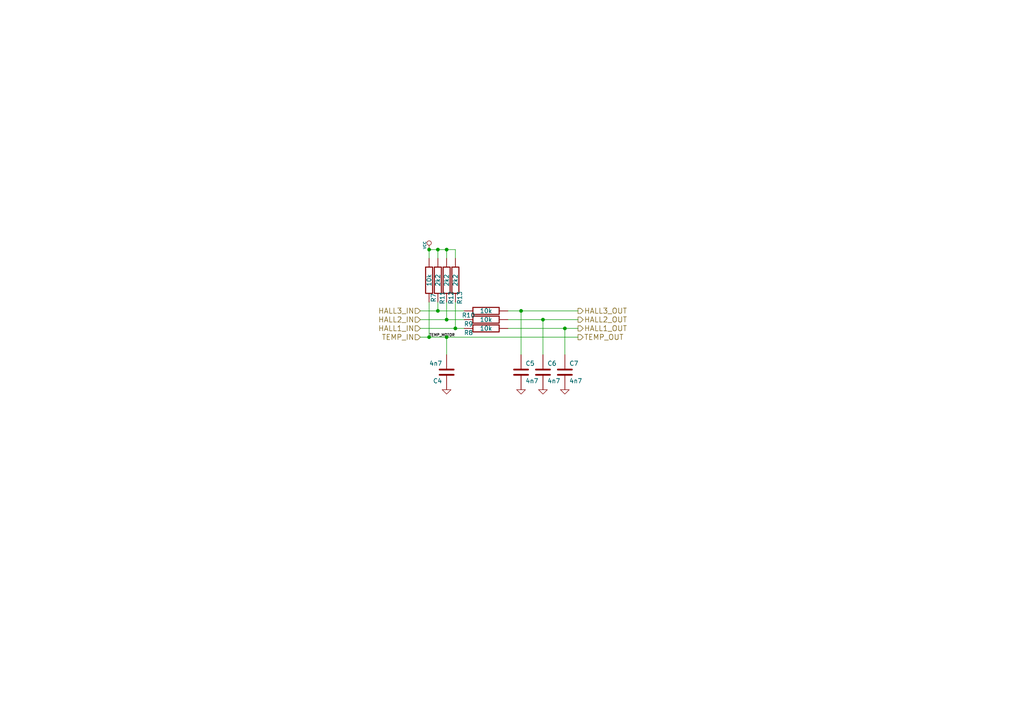
<source format=kicad_sch>
(kicad_sch (version 20231120) (generator "eeschema") (generator_version "8.0")
  (paper "A4")
  (title_block (title "BLDC Driver 4.11") (date "21 aug 2015") (rev "4.12") (company "Benjamin Vedder"))
  (lib_symbols
    (symbol "BLDC_4-rescue:C-RESCUE-BLDC_4" (pin_numbers hide) (pin_names (offset 0.254))
      (property "Reference" "C" (at 0 2.54 0))
      (property "Value" "C-RESCUE-BLDC_4" (at 0.1524 -2.159 0))
      (symbol "C-RESCUE-BLDC_4_0_1"
        (polyline (pts (xy -2.032 -0.762) (xy 2.032 -0.762)) (stroke (width 0.508)))
        (polyline (pts (xy -2.032 0.762) (xy 2.032 0.762)) (stroke (width 0.508)))
      )
      (symbol "C-RESCUE-BLDC_4_1_1"
        (pin passive line (at 0 5.08 270) (length 4.318) (name "~") (number "1"))
        (pin passive line (at 0 -5.08 90) (length 4.318) (name "~") (number "2"))
      )
    )
    (symbol "BLDC_4-rescue:GND-RESCUE-BLDC_4" (power) (pin_names (offset 0))
      (symbol "GND-RESCUE-BLDC_4_0_1"
        (polyline (pts (xy -1.27 0) (xy 0 -1.27) (xy 1.27 0) (xy -1.27 0)))
      )
      (symbol "GND-RESCUE-BLDC_4_1_1"
        (pin power_in line (at 0 0 90) (length 0) hide (name "GND") (number "1"))
      )
    )
    (symbol "BLDC_4-rescue:R-RESCUE-BLDC_4" (pin_numbers hide) (pin_names (offset 0))
      (property "Reference" "R" (at 2.032 0 90))
      (property "Value" "R-RESCUE-BLDC_4" (at 0.1778 0.0254 90))
      (symbol "R-RESCUE-BLDC_4_0_1"
        (rectangle (start -1.016 3.81) (end 1.016 -3.81) (stroke (width 0.3048)))
      )
      (symbol "R-RESCUE-BLDC_4_1_1"
        (pin passive line (at 0 6.35 270) (length 2.54) (name "~") (number "1"))
        (pin passive line (at 0 -6.35 90) (length 2.54) (name "~") (number "2"))
      )
    )
    (symbol "BLDC_4-rescue:VCC" (power) (pin_names (offset 0))
      (property "Value" "VCC" (at 0 3.81 0))
      (symbol "VCC_0_1"
        (polyline (pts (xy 0 0) (xy 0 1.27)))
        (circle (center 0 1.905) (radius 0.635))
      )
      (symbol "VCC_1_1"
        (pin power_in line (at 0 0 90) (length 0) hide (name "VCC") (number "1"))
      )
    )
  )
  (junction (at 129.54 97.79))
  (junction (at 124.46 72.39))
  (junction (at 157.48 92.71))
  (junction (at 132.08 95.25))
  (junction (at 151.13 90.17))
  (junction (at 127 72.39))
  (junction (at 129.54 92.71))
  (junction (at 163.83 95.25))
  (junction (at 127 90.17))
  (junction (at 124.46 97.79))
  (junction (at 129.54 72.39))
  (wire (pts (xy 124.46 72.39) (xy 124.46 74.93)))
  (wire (pts (xy 147.32 92.71) (xy 157.48 92.71)))
  (wire (pts (xy 127 87.63) (xy 127 90.17)))
  (wire (pts (xy 151.13 90.17) (xy 151.13 102.87)))
  (wire (pts (xy 127 90.17) (xy 134.62 90.17)))
  (wire (pts (xy 121.92 95.25) (xy 132.08 95.25)))
  (wire (pts (xy 163.83 95.25) (xy 167.64 95.25)))
  (wire (pts (xy 132.08 87.63) (xy 132.08 95.25)))
  (wire (pts (xy 151.13 90.17) (xy 167.64 90.17)))
  (wire (pts (xy 147.32 95.25) (xy 163.83 95.25)))
  (wire (pts (xy 157.48 92.71) (xy 157.48 102.87)))
  (wire (pts (xy 129.54 97.79) (xy 167.64 97.79)))
  (wire (pts (xy 124.46 72.39) (xy 127 72.39)))
  (wire (pts (xy 121.92 97.79) (xy 124.46 97.79)))
  (wire (pts (xy 127 72.39) (xy 129.54 72.39)))
  (wire (pts (xy 132.08 72.39) (xy 132.08 74.93)))
  (wire (pts (xy 129.54 72.39) (xy 129.54 74.93)))
  (wire (pts (xy 129.54 72.39) (xy 132.08 72.39)))
  (wire (pts (xy 147.32 90.17) (xy 151.13 90.17)))
  (wire (pts (xy 129.54 87.63) (xy 129.54 92.71)))
  (wire (pts (xy 163.83 95.25) (xy 163.83 102.87)))
  (wire (pts (xy 132.08 95.25) (xy 134.62 95.25)))
  (wire (pts (xy 129.54 97.79) (xy 129.54 102.87)))
  (wire (pts (xy 121.92 92.71) (xy 129.54 92.71)))
  (wire (pts (xy 127 74.93) (xy 127 72.39)))
  (wire (pts (xy 124.46 87.63) (xy 124.46 97.79)))
  (wire (pts (xy 124.46 97.79) (xy 129.54 97.79)))
  (wire (pts (xy 121.92 90.17) (xy 127 90.17)))
  (wire (pts (xy 129.54 92.71) (xy 134.62 92.71)))
  (wire (pts (xy 157.48 92.71) (xy 167.64 92.71)))
  (label "TEMP_MOTOR" (at 124.46 97.79 0) (effects (font (size 0.762 0.762))))
  (hierarchical_label "HALL1_OUT" (shape output) (at 167.64 95.25 0) (effects (font (size 1.524 1.524))))
  (hierarchical_label "HALL1_IN" (shape input) (at 121.92 95.25 180) (effects (font (size 1.524 1.524))))
  (hierarchical_label "HALL3_OUT" (shape output) (at 167.64 90.17 0) (effects (font (size 1.524 1.524))))
  (hierarchical_label "TEMP_IN" (shape input) (at 121.92 97.79 180) (effects (font (size 1.524 1.524))))
  (hierarchical_label "HALL3_IN" (shape input) (at 121.92 90.17 180) (effects (font (size 1.524 1.524))))
  (hierarchical_label "HALL2_IN" (shape input) (at 121.92 92.71 180) (effects (font (size 1.524 1.524))))
  (hierarchical_label "HALL2_OUT" (shape output) (at 167.64 92.71 0) (effects (font (size 1.524 1.524))))
  (hierarchical_label "TEMP_OUT" (shape output) (at 167.64 97.79 0) (effects (font (size 1.524 1.524))))
  (symbol (lib_name "BLDC_4-rescue:R-RESCUE-BLDC_4") (lib_id "BLDC_4-rescue:R-RESCUE-BLDC_4") (at 124.46 81.28 180) (unit 1)
    (property "Reference" "R7" (at 125.73 86.36 90))
    (property "Value" "10k" (at 124.46 81.28 90))
    (property "Footprint" "CRF1:SMD-0603_r" (effects (hide yes)))
  )
  (symbol (lib_name "BLDC_4-rescue:R-RESCUE-BLDC_4") (lib_id "BLDC_4-rescue:R-RESCUE-BLDC_4") (at 140.97 95.25 90) (unit 1)
    (property "Reference" "R8" (at 135.89 96.52 90))
    (property "Value" "10k" (at 140.97 95.25 90))
    (property "Footprint" "CRF1:SMD-0603_r" (effects (hide yes)))
  )
  (symbol (lib_name "BLDC_4-rescue:R-RESCUE-BLDC_4") (lib_id "BLDC_4-rescue:R-RESCUE-BLDC_4") (at 140.97 92.71 90) (unit 1)
    (property "Reference" "R9" (at 135.89 93.98 90))
    (property "Value" "10k" (at 140.97 92.71 90))
    (property "Footprint" "CRF1:SMD-0603_r" (effects (hide yes)))
  )
  (symbol (lib_name "BLDC_4-rescue:R-RESCUE-BLDC_4") (lib_id "BLDC_4-rescue:R-RESCUE-BLDC_4") (at 140.97 90.17 90) (unit 1)
    (property "Reference" "R10" (at 135.89 91.44 90))
    (property "Value" "10k" (at 140.97 90.17 90))
    (property "Footprint" "CRF1:SMD-0603_r" (effects (hide yes)))
  )
  (symbol (lib_name "BLDC_4-rescue:C-RESCUE-BLDC_4") (lib_id "BLDC_4-rescue:C-RESCUE-BLDC_4") (at 151.13 107.95 0) (unit 1)
    (property "Reference" "C5" (at 152.4 105.41 0) (effects (justify left)))
    (property "Value" "4n7" (at 152.4 110.49 0) (effects (justify left)))
    (property "Footprint" "CRF1:SMD-0603_c" (effects (hide yes)))
  )
  (symbol (lib_name "BLDC_4-rescue:C-RESCUE-BLDC_4") (lib_id "BLDC_4-rescue:C-RESCUE-BLDC_4") (at 157.48 107.95 0) (unit 1)
    (property "Reference" "C6" (at 158.75 105.41 0) (effects (justify left)))
    (property "Value" "4n7" (at 158.75 110.49 0) (effects (justify left)))
    (property "Footprint" "CRF1:SMD-0603_c" (effects (hide yes)))
  )
  (symbol (lib_name "BLDC_4-rescue:C-RESCUE-BLDC_4") (lib_id "BLDC_4-rescue:C-RESCUE-BLDC_4") (at 163.83 107.95 0) (unit 1)
    (property "Reference" "C7" (at 165.1 105.41 0) (effects (justify left)))
    (property "Value" "4n7" (at 165.1 110.49 0) (effects (justify left)))
    (property "Footprint" "CRF1:SMD-0603_c" (effects (hide yes)))
  )
  (symbol (lib_name "BLDC_4-rescue:GND-RESCUE-BLDC_4") (lib_id "BLDC_4-rescue:GND-RESCUE-BLDC_4") (at 151.13 113.03 0) (unit 1)
    (property "Reference" "#PWR030" (effects (hide yes)))
    (property "Value" "GND" (effects (hide yes)))
  )
  (symbol (lib_name "BLDC_4-rescue:R-RESCUE-BLDC_4") (lib_id "BLDC_4-rescue:R-RESCUE-BLDC_4") (at 127 81.28 180) (unit 1)
    (property "Reference" "R11" (at 128.27 86.36 90))
    (property "Value" "2k2" (at 127 81.28 90))
    (property "Footprint" "CRF1:SMD-0603_r" (effects (hide yes)))
  )
  (symbol (lib_name "BLDC_4-rescue:R-RESCUE-BLDC_4") (lib_id "BLDC_4-rescue:R-RESCUE-BLDC_4") (at 129.54 81.28 180) (unit 1)
    (property "Reference" "R12" (at 130.81 86.36 90))
    (property "Value" "2k2" (at 129.54 81.28 90))
    (property "Footprint" "CRF1:SMD-0603_r" (effects (hide yes)))
  )
  (symbol (lib_name "BLDC_4-rescue:R-RESCUE-BLDC_4") (lib_id "BLDC_4-rescue:R-RESCUE-BLDC_4") (at 132.08 81.28 180) (unit 1)
    (property "Reference" "R13" (at 133.35 86.36 90))
    (property "Value" "2k2" (at 132.08 81.28 90))
    (property "Footprint" "CRF1:SMD-0603_r" (effects (hide yes)))
  )
  (symbol (lib_name "BLDC_4-rescue:C-RESCUE-BLDC_4") (lib_id "BLDC_4-rescue:C-RESCUE-BLDC_4") (at 129.54 107.95 180) (unit 1)
    (property "Reference" "C4" (at 128.27 110.49 0) (effects (justify left)))
    (property "Value" "4n7" (at 128.27 105.41 0) (effects (justify left)))
    (property "Footprint" "CRF1:SMD-0603_c" (effects (hide yes)))
  )
  (symbol (lib_name "BLDC_4-rescue:GND-RESCUE-BLDC_4") (lib_id "BLDC_4-rescue:GND-RESCUE-BLDC_4") (at 129.54 113.03 0) (unit 1)
    (property "Reference" "#PWR031" (effects (hide yes)))
    (property "Value" "GND" (effects (hide yes)))
  )
  (symbol (lib_name "BLDC_4-rescue:VCC") (lib_id "BLDC_4-rescue:VCC") (at 124.46 72.39 0) (unit 1)
    (property "Reference" "#PWR032" (effects (hide yes)))
    (property "Value" "VCC" (at 123.19 71.12 90) (effects (font (size 0.762 0.762))))
  )
  (symbol (lib_name "BLDC_4-rescue:GND-RESCUE-BLDC_4") (lib_id "BLDC_4-rescue:GND-RESCUE-BLDC_4") (at 157.48 113.03 0) (unit 1)
    (property "Reference" "#PWR033" (effects (hide yes)))
    (property "Value" "GND" (effects (hide yes)))
  )
  (symbol (lib_name "BLDC_4-rescue:GND-RESCUE-BLDC_4") (lib_id "BLDC_4-rescue:GND-RESCUE-BLDC_4") (at 163.83 113.03 0) (unit 1)
    (property "Reference" "#PWR034" (effects (hide yes)))
    (property "Value" "GND" (effects (hide yes)))
  )
)
</source>
